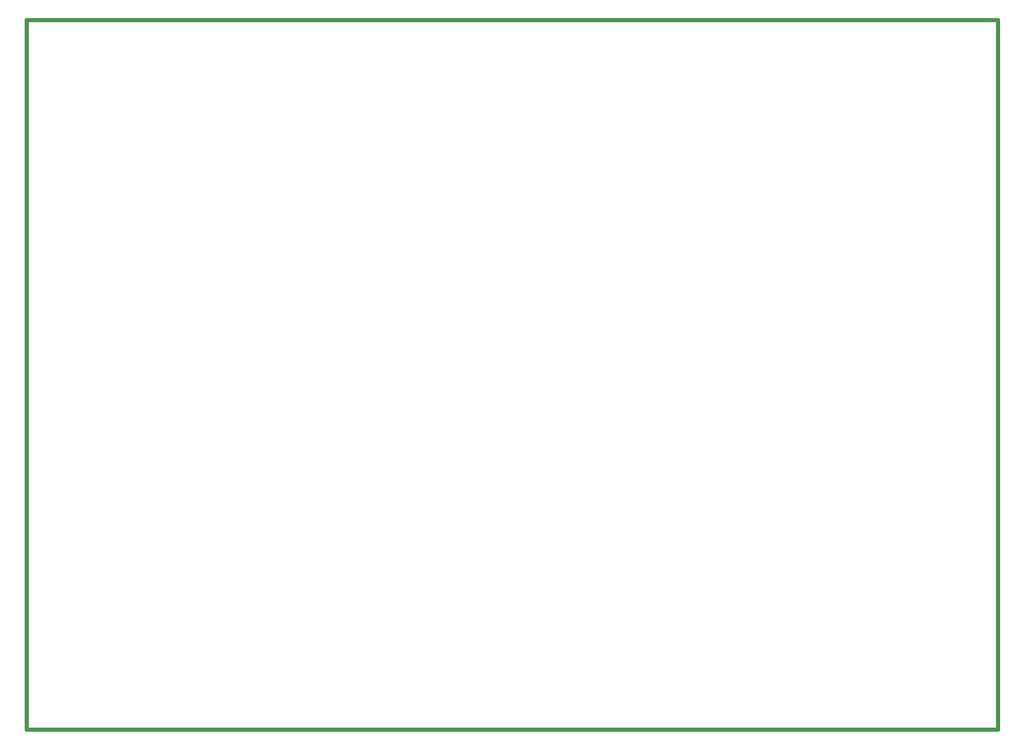
<source format=gko>
G04*
G04 #@! TF.GenerationSoftware,Altium Limited,Altium Designer,18.1.6 (161)*
G04*
G04 Layer_Color=16711935*
%FSTAX24Y24*%
%MOIN*%
G70*
G01*
G75*
%ADD89C,0.0150*%
D89*
X01377Y01715D02*
X05311D01*
X05311Y045912D02*
X05311Y01715D01*
X01377Y045912D02*
X05311D01*
X01377D02*
X01377Y01715D01*
M02*

</source>
